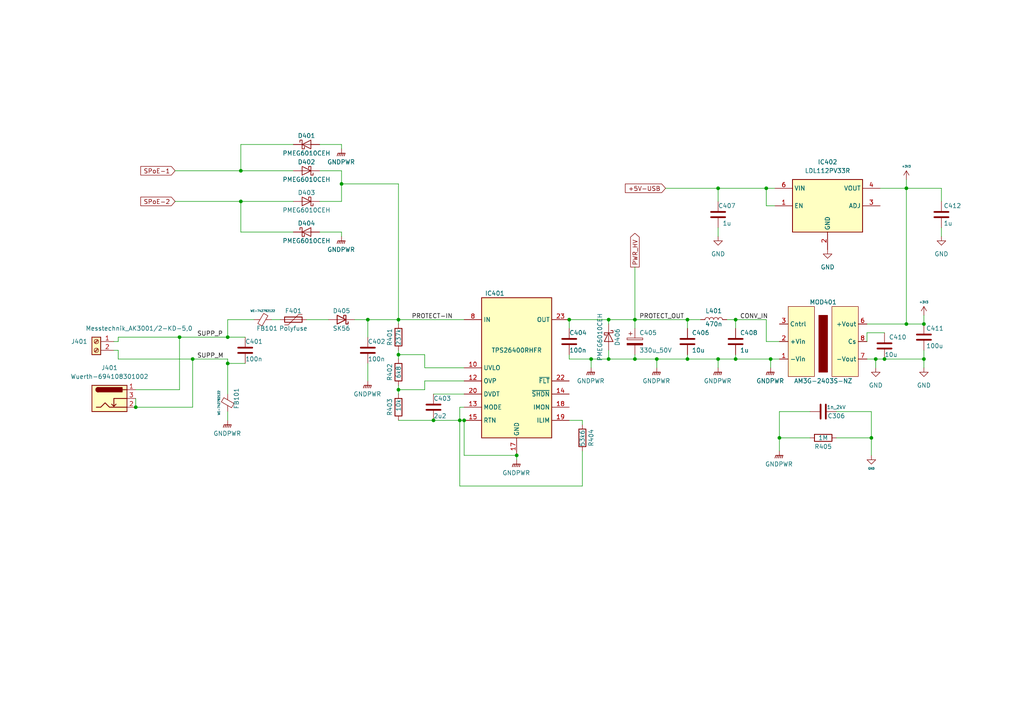
<source format=kicad_sch>
(kicad_sch (version 20230121) (generator eeschema)
  (paper "A4")
  (lib_symbols
    (symbol "Connector:Barrel_Jack_Switch" (pin_names hide)
      (property "Reference" "J" (at 0 5.334 0))
      (property "Value" "Barrel_Jack_Switch" (at 0 -5.08 0))
      (symbol "Barrel_Jack_Switch_0_1"
        (rectangle (start -5.08 3.81) (end 5.08 -3.81) (stroke (width 0.254)) (fill (type background)))
        (arc (start -3.302 3.175) (mid -3.9343 2.54) (end -3.302 1.905) (stroke (width 0.254)))
        (arc (start -3.302 3.175) (mid -3.9343 2.54) (end -3.302 1.905) (stroke (width 0.254)) (fill (type outline)))
        (polyline (pts (xy 1.27 -2.286) (xy 1.905 -1.651)) (stroke (width 0.254)))
        (polyline (pts (xy 5.08 2.54) (xy 3.81 2.54)) (stroke (width 0.254)))
        (polyline (pts (xy 5.08 0) (xy 1.27 0) (xy 1.27 -2.286) (xy 0.635 -1.651)) (stroke (width 0.254)))
        (polyline (pts (xy -3.81 -2.54) (xy -2.54 -2.54) (xy -1.27 -1.27) (xy 0 -2.54) (xy 2.54 -2.54) (xy 5.08 -2.54)) (stroke (width 0.254)))
        (rectangle (start 3.683 3.175) (end -3.302 1.905) (stroke (width 0.254)) (fill (type outline)))
      )
      (symbol "Barrel_Jack_Switch_1_1"
        (pin passive line (at 7.62 2.54 180) (length 2.54) (name "~") (number "1"))
        (pin passive line (at 7.62 -2.54 180) (length 2.54) (name "~") (number "2"))
        (pin passive line (at 7.62 0 180) (length 2.54) (name "~") (number "3"))
      )
    )
    (symbol "Connector:Screw_Terminal_01x02" (pin_names (offset 1.016) hide)
      (property "Reference" "J" (at 0 2.54 0))
      (property "Value" "Screw_Terminal_01x02" (at 0 -5.08 0))
      (symbol "Screw_Terminal_01x02_1_1"
        (rectangle (start -1.27 1.27) (end 1.27 -3.81) (stroke (width 0.254)) (fill (type background)))
        (circle (center 0 -2.54) (radius 0.635) (stroke (width 0.1524)))
        (polyline (pts (xy -0.5334 -2.2098) (xy 0.3302 -3.048)) (stroke (width 0.1524)))
        (polyline (pts (xy -0.5334 0.3302) (xy 0.3302 -0.508)) (stroke (width 0.1524)))
        (polyline (pts (xy -0.3556 -2.032) (xy 0.508 -2.8702)) (stroke (width 0.1524)))
        (polyline (pts (xy -0.3556 0.508) (xy 0.508 -0.3302)) (stroke (width 0.1524)))
        (circle (center 0 0) (radius 0.635) (stroke (width 0.1524)))
        (pin passive line (at -5.08 0 0) (length 3.81) (name "Pin_1") (number "1"))
        (pin passive line (at -5.08 -2.54 0) (length 3.81) (name "Pin_2") (number "2"))
      )
    )
    (symbol "Device:C" (pin_numbers hide) (pin_names (offset 0.254))
      (property "Reference" "C" (at 0.635 2.54 0))
      (property "Value" "C" (at 0.635 -2.54 0))
      (symbol "C_0_1"
        (polyline (pts (xy -2.032 -0.762) (xy 2.032 -0.762)) (stroke (width 0.508)))
        (polyline (pts (xy -2.032 0.762) (xy 2.032 0.762)) (stroke (width 0.508)))
      )
      (symbol "C_1_1"
        (pin passive line (at 0 3.81 270) (length 2.794) (name "~") (number "1"))
        (pin passive line (at 0 -3.81 90) (length 2.794) (name "~") (number "2"))
      )
    )
    (symbol "Device:C_Polarized" (pin_numbers hide) (pin_names (offset 0.254))
      (property "Reference" "C" (at 0.635 2.54 0))
      (property "Value" "C_Polarized" (at 0.635 -2.54 0))
      (symbol "C_Polarized_0_1"
        (rectangle (start -2.286 0.508) (end 2.286 1.016))
        (polyline (pts (xy -1.778 2.286) (xy -0.762 2.286)))
        (polyline (pts (xy -1.27 2.794) (xy -1.27 1.778)))
        (rectangle (start 2.286 -0.508) (end -2.286 -1.016) (fill (type outline)))
      )
      (symbol "C_Polarized_1_1"
        (pin passive line (at 0 3.81 270) (length 2.794) (name "~") (number "1"))
        (pin passive line (at 0 -3.81 90) (length 2.794) (name "~") (number "2"))
      )
    )
    (symbol "Device:Ferrite_Bead_Small" (pin_numbers hide) (pin_names (offset 0))
      (property "Reference" "FB" (at 1.905 1.27 0))
      (property "Value" "Device_Ferrite_Bead_Small" (at 1.905 -1.27 0))
      (symbol "Ferrite_Bead_Small_0_1"
        (polyline (pts (xy 0 -1.27) (xy 0 -0.7874)))
        (polyline (pts (xy 0 0.889) (xy 0 1.2954)))
        (polyline (pts (xy -1.8288 0.2794) (xy -1.1176 1.4986) (xy 1.8288 -0.2032) (xy 1.1176 -1.4224) (xy -1.8288 0.2794)))
      )
      (symbol "Ferrite_Bead_Small_1_1"
        (pin passive line (at 0 2.54 270) (length 1.27) (name "~") (number "1"))
        (pin passive line (at 0 -2.54 90) (length 1.27) (name "~") (number "2"))
      )
    )
    (symbol "Device:L" (pin_numbers hide) (pin_names (offset 1.016) hide)
      (property "Reference" "L" (at -1.27 0 90))
      (property "Value" "L" (at 1.905 0 90))
      (symbol "L_0_1"
        (arc (start 0 -2.54) (mid 0.6323 -1.905) (end 0 -1.27))
        (arc (start 0 -1.27) (mid 0.6323 -0.635) (end 0 0))
        (arc (start 0 0) (mid 0.6323 0.635) (end 0 1.27))
        (arc (start 0 1.27) (mid 0.6323 1.905) (end 0 2.54))
      )
      (symbol "L_1_1"
        (pin passive line (at 0 3.81 270) (length 1.27) (name "1") (number "1"))
        (pin passive line (at 0 -3.81 90) (length 1.27) (name "2") (number "2"))
      )
    )
    (symbol "Device:Polyfuse" (pin_numbers hide) (pin_names (offset 0))
      (property "Reference" "F" (at -2.54 0 90))
      (property "Value" "Polyfuse" (at 2.54 0 90))
      (symbol "Polyfuse_0_1"
        (rectangle (start -0.762 2.54) (end 0.762 -2.54) (stroke (width 0.254)))
        (polyline (pts (xy 0 2.54) (xy 0 -2.54)))
        (polyline (pts (xy -1.524 2.54) (xy -1.524 1.524) (xy 1.524 -1.524) (xy 1.524 -2.54)))
      )
      (symbol "Polyfuse_1_1"
        (pin passive line (at 0 3.81 270) (length 1.27) (name "~") (number "1"))
        (pin passive line (at 0 -3.81 90) (length 1.27) (name "~") (number "2"))
      )
    )
    (symbol "Device:R" (pin_numbers hide) (pin_names (offset 0))
      (property "Reference" "R" (at 2.032 0 90))
      (property "Value" "R" (at 0 0 90))
      (symbol "R_0_1"
        (rectangle (start -1.016 -2.54) (end 1.016 2.54) (stroke (width 0.254)))
      )
      (symbol "R_1_1"
        (pin passive line (at 0 3.81 270) (length 1.27) (name "~") (number "1"))
        (pin passive line (at 0 -3.81 90) (length 1.27) (name "~") (number "2"))
      )
    )
    (symbol "Diode:B260" (pin_numbers hide) (pin_names (offset 1.016) hide)
      (property "Reference" "D" (at 0 2.54 0))
      (property "Value" "B260" (at 0 -2.54 0))
      (symbol "B260_0_1"
        (polyline (pts (xy 1.27 0) (xy -1.27 0)))
        (polyline (pts (xy 1.27 1.27) (xy 1.27 -1.27) (xy -1.27 0) (xy 1.27 1.27)) (stroke (width 0.254)))
        (polyline (pts (xy -1.905 0.635) (xy -1.905 1.27) (xy -1.27 1.27) (xy -1.27 -1.27) (xy -0.635 -1.27) (xy -0.635 -0.635)) (stroke (width 0.254)))
      )
      (symbol "B260_1_1"
        (pin passive line (at -3.81 0 0) (length 2.54) (name "K") (number "1"))
        (pin passive line (at 3.81 0 180) (length 2.54) (name "A") (number "2"))
      )
    )
    (symbol "Diode:PMEG6010CEH" (pin_numbers hide) (pin_names hide)
      (property "Reference" "D" (at 0 2.54 0))
      (property "Value" "PMEG6010CEH" (at 0 -2.54 0))
      (symbol "PMEG6010CEH_0_1"
        (polyline (pts (xy 1.27 0) (xy -1.27 0)))
        (polyline (pts (xy 1.27 1.27) (xy 1.27 -1.27) (xy -1.27 0) (xy 1.27 1.27)) (stroke (width 0.2032)))
        (polyline (pts (xy -1.905 0.635) (xy -1.905 1.27) (xy -1.27 1.27) (xy -1.27 -1.27) (xy -0.635 -1.27) (xy -0.635 -0.635)) (stroke (width 0.2032)))
      )
      (symbol "PMEG6010CEH_1_1"
        (pin passive line (at -3.81 0 0) (length 2.54) (name "K") (number "1"))
        (pin passive line (at 3.81 0 180) (length 2.54) (name "A") (number "2"))
      )
    )
    (symbol "Project_Specific_Aimtec:DCDC_Converter"
      (property "Reference" "MOD" (at 20.32 19.05 0))
      (symbol "DCDC_Converter_1_1"
        (rectangle (start -10.16 10.16) (end -2.54 -10.16) (fill (type background)))
        (rectangle (start -1.27 7.62) (end 1.27 -8.89) (fill (type outline)))
        (rectangle (start 2.54 10.16) (end 10.16 -10.16) (fill (type background)))
        (pin input line (at -12.7 -5.08 0) (length 2.54) (name "-Vin") (number "1"))
        (pin input line (at -12.7 0 0) (length 2.54) (name "+Vin") (number "2"))
        (pin input line (at -12.7 5.08 0) (length 2.54) (name "Cntrl") (number "3"))
        (pin output line (at 12.7 5.08 180) (length 2.54) (name "+Vout") (number "6"))
        (pin output line (at 12.7 -5.08 180) (length 2.54) (name "-Vout") (number "7"))
        (pin input line (at 12.7 0 180) (length 2.54) (name "Cs") (number "8"))
      )
    )
    (symbol "Project_Specific_Power:+3V3" (power) (pin_names (offset 0))
      (property "Value" "+3V3" (at 0 3.175 0))
      (symbol "+3V3_0_1"
        (polyline (pts (xy -0.762 1.27) (xy 0 2.54)))
        (polyline (pts (xy 0 0) (xy 0 2.54)))
        (polyline (pts (xy 0 2.54) (xy 0.762 1.27)))
      )
      (symbol "+3V3_1_1"
        (pin power_in line (at 0 0 90) (length 0) hide (name "+3V3") (number "1"))
      )
    )
    (symbol "Project_Specific_STMicroelectronics:LDL112PV33R"
      (property "Reference" "IC" (at -7.62 8.89 0))
      (property "Value" "LDL112PV33R" (at -6.35 -3.81 0))
      (symbol "LDL112PV33R_1_1"
        (rectangle (start -10.16 5.08) (end 10.16 -10.16) (stroke (width 0.254)) (fill (type background)))
        (pin passive line (at -15.24 -2.54 0) (length 5.08) (name "EN") (number "1"))
        (pin passive line (at 0 -15.24 90) (length 5.08) (name "GND") (number "2"))
        (pin passive line (at 15.24 -2.54 180) (length 5.08) (name "ADJ") (number "3"))
        (pin passive line (at 15.24 2.54 180) (length 5.08) (name "VOUT") (number "4"))
        (pin passive line (at -15.24 2.54 0) (length 5.08) (name "VIN") (number "6"))
        (pin passive line (at 0 -15.24 90) (length 5.08) hide (name "EP") (number "7"))
      )
    )
    (symbol "Project_Specific_TI:TPS26400RHFR"
      (property "Reference" "IC" (at -8.89 21.59 0))
      (property "Value" "TPS26400RHFR" (at -7.62 5.08 0))
      (symbol "TPS26400RHFR_1_1"
        (rectangle (start -10.16 17.78) (end 10.16 -22.86) (stroke (width 0.254)) (fill (type background)))
        (pin passive line (at -15.24 -2.54 0) (length 5.08) (name "UVLO") (number "10"))
        (pin passive line (at -15.24 -6.35 0) (length 5.08) (name "OVP") (number "12"))
        (pin passive line (at -15.24 -13.97 0) (length 5.08) (name "MODE") (number "13"))
        (pin passive line (at 15.24 -10.16 180) (length 5.08) (name "~{SHDN}") (number "14"))
        (pin passive line (at -15.24 -17.78 0) (length 5.08) (name "RTN") (number "15"))
        (pin passive line (at 0 -27.94 90) (length 5.08) (name "GND") (number "17"))
        (pin passive line (at 15.24 -13.97 180) (length 5.08) (name "IMON") (number "18"))
        (pin passive line (at 15.24 -17.78 180) (length 5.08) (name "ILIM") (number "19"))
        (pin passive line (at -15.24 -10.16 0) (length 5.08) (name "DVDT") (number "20"))
        (pin passive line (at 15.24 -6.35 180) (length 5.08) (name "~{FLT}") (number "22"))
        (pin passive line (at 15.24 11.43 180) (length 5.08) (name "OUT") (number "23"))
        (pin passive line (at -15.24 -17.78 0) (length 5.08) hide (name "EP") (number "25"))
        (pin passive line (at -15.24 11.43 0) (length 5.08) (name "IN") (number "8"))
      )
    )
    (symbol "power:GND" (power) (pin_names (offset 0))
      (property "Value" "GND" (at 0 -3.81 0))
      (symbol "GND_0_1"
        (polyline (pts (xy 0 0) (xy 0 -1.27) (xy 1.27 -1.27) (xy 0 -2.54) (xy -1.27 -1.27) (xy 0 -1.27)))
      )
      (symbol "GND_1_1"
        (pin power_in line (at 0 0 270) (length 0) hide (name "GND") (number "1"))
      )
    )
    (symbol "power:GNDPWR" (power) (pin_names (offset 0))
      (property "Value" "GNDPWR" (at 0 -3.302 0))
      (symbol "GNDPWR_0_1"
        (polyline (pts (xy 0 -1.27) (xy 0 0)))
        (polyline (pts (xy -1.016 -1.27) (xy -1.27 -2.032) (xy -1.27 -2.032)) (stroke (width 0.2032)))
        (polyline (pts (xy -0.508 -1.27) (xy -0.762 -2.032) (xy -0.762 -2.032)) (stroke (width 0.2032)))
        (polyline (pts (xy 0 -1.27) (xy -0.254 -2.032) (xy -0.254 -2.032)) (stroke (width 0.2032)))
        (polyline (pts (xy 0.508 -1.27) (xy 0.254 -2.032) (xy 0.254 -2.032)) (stroke (width 0.2032)))
        (polyline (pts (xy 1.016 -1.27) (xy -1.016 -1.27) (xy -1.016 -1.27)) (stroke (width 0.2032)))
        (polyline (pts (xy 1.016 -1.27) (xy 0.762 -2.032) (xy 0.762 -2.032) (xy 0.762 -2.032)) (stroke (width 0.2032)))
      )
      (symbol "GNDPWR_1_1"
        (pin power_in line (at 0 0 270) (length 0) hide (name "GNDPWR") (number "1"))
      )
    )
  )
  (junction (at 223.52 104.14))
  (junction (at 199.39 104.14))
  (junction (at 66.04 97.79))
  (junction (at 190.5 104.14))
  (junction (at 199.39 92.71))
  (junction (at 133.35 121.92))
  (junction (at 69.85 58.42))
  (junction (at 267.97 104.14))
  (junction (at 125.73 121.92))
  (junction (at 208.28 104.14))
  (junction (at 39.37 118.11))
  (junction (at 226.06 127))
  (junction (at 115.57 113.03))
  (junction (at 55.88 104.14))
  (junction (at 176.53 92.71))
  (junction (at 252.73 127))
  (junction (at 262.89 93.98))
  (junction (at 115.57 102.87))
  (junction (at 176.53 104.14))
  (junction (at 165.1 92.71))
  (junction (at 149.86 132.08))
  (junction (at 184.15 104.14))
  (junction (at 99.06 53.34))
  (junction (at 52.07 97.79))
  (junction (at 115.57 92.71))
  (junction (at 213.36 92.71))
  (junction (at 262.89 54.61))
  (junction (at 256.54 104.14))
  (junction (at 213.36 104.14))
  (junction (at 254 104.14))
  (junction (at 222.25 54.61))
  (junction (at 184.15 92.71))
  (junction (at 267.97 93.98))
  (junction (at 208.28 54.61))
  (junction (at 134.62 121.92))
  (junction (at 66.04 105.41))
  (junction (at 69.85 49.53))
  (junction (at 171.45 104.14))
  (junction (at 106.68 92.71))
  (wire (pts (xy 106.68 92.71) (xy 106.68 97.79)))
  (wire (pts (xy 208.28 66.04) (xy 208.28 68.58)))
  (wire (pts (xy 85.09 41.91) (xy 69.85 41.91)))
  (wire (pts (xy 252.73 127) (xy 252.73 132.08)))
  (wire (pts (xy 39.37 115.57) (xy 39.37 118.11)))
  (wire (pts (xy 39.37 113.03) (xy 52.07 113.03)))
  (wire (pts (xy 92.71 67.31) (xy 99.06 67.31)))
  (wire (pts (xy 66.04 92.71) (xy 66.04 97.79)))
  (wire (pts (xy 125.73 121.92) (xy 133.35 121.92)))
  (wire (pts (xy 222.25 92.71) (xy 222.25 99.06)))
  (wire (pts (xy 262.89 93.98) (xy 267.97 93.98)))
  (wire (pts (xy 52.07 97.79) (xy 66.04 97.79)))
  (wire (pts (xy 242.57 119.38) (xy 252.73 119.38)))
  (wire (pts (xy 213.36 102.87) (xy 213.36 104.14)))
  (wire (pts (xy 34.29 99.06) (xy 33.02 99.06)))
  (wire (pts (xy 69.85 58.42) (xy 50.8 58.42)))
  (wire (pts (xy 234.95 119.38) (xy 226.06 119.38)))
  (wire (pts (xy 39.37 118.11) (xy 55.88 118.11)))
  (wire (pts (xy 176.53 104.14) (xy 184.15 104.14)))
  (wire (pts (xy 123.19 106.68) (xy 134.62 106.68)))
  (wire (pts (xy 226.06 119.38) (xy 226.06 127)))
  (wire (pts (xy 242.57 127) (xy 252.73 127)))
  (wire (pts (xy 267.97 101.6) (xy 267.97 104.14)))
  (wire (pts (xy 262.89 52.07) (xy 262.89 54.61)))
  (wire (pts (xy 254 104.14) (xy 256.54 104.14)))
  (wire (pts (xy 55.88 118.11) (xy 55.88 104.14)))
  (wire (pts (xy 66.04 105.41) (xy 66.04 114.3)))
  (wire (pts (xy 222.25 54.61) (xy 224.79 54.61)))
  (wire (pts (xy 184.15 102.87) (xy 184.15 104.14)))
  (wire (pts (xy 213.36 92.71) (xy 222.25 92.71)))
  (wire (pts (xy 115.57 92.71) (xy 134.62 92.71)))
  (wire (pts (xy 171.45 104.14) (xy 171.45 106.68)))
  (wire (pts (xy 133.35 118.11) (xy 133.35 121.92)))
  (wire (pts (xy 273.05 66.04) (xy 273.05 68.58)))
  (wire (pts (xy 133.35 140.97) (xy 133.35 121.92)))
  (wire (pts (xy 267.97 104.14) (xy 267.97 106.68)))
  (wire (pts (xy 262.89 54.61) (xy 262.89 93.98)))
  (wire (pts (xy 115.57 121.92) (xy 125.73 121.92)))
  (wire (pts (xy 34.29 101.6) (xy 34.29 104.14)))
  (wire (pts (xy 102.87 92.71) (xy 106.68 92.71)))
  (wire (pts (xy 115.57 111.76) (xy 115.57 113.03)))
  (wire (pts (xy 69.85 58.42) (xy 69.85 67.31)))
  (wire (pts (xy 184.15 92.71) (xy 199.39 92.71)))
  (wire (pts (xy 251.46 96.52) (xy 251.46 99.06)))
  (wire (pts (xy 106.68 92.71) (xy 115.57 92.71)))
  (wire (pts (xy 34.29 104.14) (xy 55.88 104.14)))
  (wire (pts (xy 251.46 93.98) (xy 262.89 93.98)))
  (wire (pts (xy 208.28 58.42) (xy 208.28 54.61)))
  (wire (pts (xy 251.46 96.52) (xy 256.54 96.52)))
  (wire (pts (xy 115.57 113.03) (xy 115.57 114.3)))
  (wire (pts (xy 176.53 92.71) (xy 176.53 93.98)))
  (wire (pts (xy 34.29 97.79) (xy 34.29 99.06)))
  (wire (pts (xy 222.25 59.69) (xy 222.25 54.61)))
  (wire (pts (xy 176.53 101.6) (xy 176.53 104.14)))
  (wire (pts (xy 69.85 49.53) (xy 50.8 49.53)))
  (wire (pts (xy 66.04 119.38) (xy 66.04 121.92)))
  (wire (pts (xy 115.57 101.6) (xy 115.57 102.87)))
  (wire (pts (xy 73.66 92.71) (xy 66.04 92.71)))
  (wire (pts (xy 66.04 105.41) (xy 71.12 105.41)))
  (wire (pts (xy 115.57 53.34) (xy 99.06 53.34)))
  (wire (pts (xy 66.04 104.14) (xy 66.04 105.41)))
  (wire (pts (xy 125.73 114.3) (xy 134.62 114.3)))
  (wire (pts (xy 165.1 121.92) (xy 168.91 121.92)))
  (wire (pts (xy 252.73 119.38) (xy 252.73 127)))
  (wire (pts (xy 254 104.14) (xy 254 106.68)))
  (wire (pts (xy 255.27 54.61) (xy 262.89 54.61)))
  (wire (pts (xy 165.1 95.25) (xy 165.1 92.71)))
  (wire (pts (xy 99.06 67.31) (xy 99.06 68.58)))
  (wire (pts (xy 123.19 102.87) (xy 115.57 102.87)))
  (wire (pts (xy 106.68 105.41) (xy 106.68 110.49)))
  (wire (pts (xy 123.19 110.49) (xy 123.19 113.03)))
  (wire (pts (xy 184.15 92.71) (xy 184.15 95.25)))
  (wire (pts (xy 81.28 92.71) (xy 78.74 92.71)))
  (wire (pts (xy 99.06 53.34) (xy 99.06 58.42)))
  (wire (pts (xy 208.28 54.61) (xy 193.04 54.61)))
  (wire (pts (xy 52.07 113.03) (xy 52.07 97.79)))
  (wire (pts (xy 134.62 110.49) (xy 123.19 110.49)))
  (wire (pts (xy 165.1 92.71) (xy 176.53 92.71)))
  (wire (pts (xy 190.5 104.14) (xy 190.5 106.68)))
  (wire (pts (xy 115.57 92.71) (xy 115.57 93.98)))
  (wire (pts (xy 92.71 41.91) (xy 99.06 41.91)))
  (wire (pts (xy 213.36 104.14) (xy 223.52 104.14)))
  (wire (pts (xy 203.2 92.71) (xy 199.39 92.71)))
  (wire (pts (xy 149.86 132.08) (xy 134.62 132.08)))
  (wire (pts (xy 133.35 121.92) (xy 134.62 121.92)))
  (wire (pts (xy 85.09 58.42) (xy 69.85 58.42)))
  (wire (pts (xy 184.15 104.14) (xy 190.5 104.14)))
  (wire (pts (xy 223.52 104.14) (xy 223.52 106.68)))
  (wire (pts (xy 208.28 54.61) (xy 222.25 54.61)))
  (wire (pts (xy 213.36 92.71) (xy 213.36 95.25)))
  (wire (pts (xy 226.06 127) (xy 234.95 127)))
  (wire (pts (xy 223.52 104.14) (xy 226.06 104.14)))
  (wire (pts (xy 168.91 140.97) (xy 133.35 140.97)))
  (wire (pts (xy 66.04 97.79) (xy 71.12 97.79)))
  (wire (pts (xy 213.36 104.14) (xy 208.28 104.14)))
  (wire (pts (xy 99.06 49.53) (xy 99.06 53.34)))
  (wire (pts (xy 123.19 106.68) (xy 123.19 102.87)))
  (wire (pts (xy 176.53 104.14) (xy 171.45 104.14)))
  (wire (pts (xy 34.29 101.6) (xy 33.02 101.6)))
  (wire (pts (xy 85.09 67.31) (xy 69.85 67.31)))
  (wire (pts (xy 115.57 113.03) (xy 123.19 113.03)))
  (wire (pts (xy 224.79 59.69) (xy 222.25 59.69)))
  (wire (pts (xy 165.1 102.87) (xy 165.1 104.14)))
  (wire (pts (xy 115.57 102.87) (xy 115.57 104.14)))
  (wire (pts (xy 199.39 104.14) (xy 190.5 104.14)))
  (wire (pts (xy 149.86 132.08) (xy 149.86 133.35)))
  (wire (pts (xy 34.29 97.79) (xy 52.07 97.79)))
  (wire (pts (xy 267.97 91.44) (xy 267.97 93.98)))
  (wire (pts (xy 210.82 92.71) (xy 213.36 92.71)))
  (wire (pts (xy 99.06 41.91) (xy 99.06 43.18)))
  (wire (pts (xy 69.85 41.91) (xy 69.85 49.53)))
  (wire (pts (xy 55.88 104.14) (xy 66.04 104.14)))
  (wire (pts (xy 199.39 102.87) (xy 199.39 104.14)))
  (wire (pts (xy 222.25 99.06) (xy 226.06 99.06)))
  (wire (pts (xy 256.54 104.14) (xy 267.97 104.14)))
  (wire (pts (xy 134.62 132.08) (xy 134.62 121.92)))
  (wire (pts (xy 92.71 58.42) (xy 99.06 58.42)))
  (wire (pts (xy 199.39 92.71) (xy 199.39 95.25)))
  (wire (pts (xy 88.9 92.71) (xy 95.25 92.71)))
  (wire (pts (xy 134.62 118.11) (xy 133.35 118.11)))
  (wire (pts (xy 184.15 77.47) (xy 184.15 92.71)))
  (wire (pts (xy 208.28 104.14) (xy 208.28 106.68)))
  (wire (pts (xy 168.91 121.92) (xy 168.91 123.19)))
  (wire (pts (xy 69.85 49.53) (xy 85.09 49.53)))
  (wire (pts (xy 168.91 130.81) (xy 168.91 140.97)))
  (wire (pts (xy 251.46 104.14) (xy 254 104.14)))
  (wire (pts (xy 92.71 49.53) (xy 99.06 49.53)))
  (wire (pts (xy 273.05 58.42) (xy 273.05 54.61)))
  (wire (pts (xy 273.05 54.61) (xy 262.89 54.61)))
  (wire (pts (xy 171.45 104.14) (xy 165.1 104.14)))
  (wire (pts (xy 115.57 92.71) (xy 115.57 53.34)))
  (wire (pts (xy 199.39 104.14) (xy 208.28 104.14)))
  (wire (pts (xy 226.06 127) (xy 226.06 130.81)))
  (wire (pts (xy 176.53 92.71) (xy 184.15 92.71)))
  (label "PROTECT-IN" (at 119.38 92.71 0))
  (label "SUPP_M" (at 57.15 104.14 0))
  (label "SUPP_P" (at 57.15 97.79 0))
  (label "PROTECT_OUT" (at 185.42 92.71 0))
  (label "CONV_IN" (at 214.63 92.71 0))
  (global_label "SPoE-2" (shape input) (at 50.8 58.42 180) (property "Intersheetrefs" "${INTERSHEET_REFS}" (at 40.3348 58.42 0) (effects (justify right))))
  (global_label "SPoE-1" (shape input) (at 50.8 49.53 180) (property "Intersheetrefs" "${INTERSHEET_REFS}" (at 40.3348 49.53 0) (effects (justify right))))
  (global_label "+5V-USB" (shape input) (at 193.04 54.61 180) (property "Intersheetrefs" "${INTERSHEET_REFS}" (at 180.8813 54.61 0) (effects (justify right))))
  (global_label "PWR_HV" (shape output) (at 184.15 77.47 90) (property "Intersheetrefs" "${INTERSHEET_REFS}" (at 184.15 67.1067 90) (effects (justify left))))
  (symbol (lib_id "Device:R") (at 238.76 127 90) (unit 1)
    (property "Reference" "R405" (at 238.76 129.54 90))
    (property "Value" "1M" (at 238.76 127 90))
    (property "Footprint" "Resistor_SMD:R_1206_3216Metric" (effects hide))
  )
  (symbol (lib_id "power:GNDPWR") (at 208.28 106.68 0) (unit 1)
    (property "Reference" "#PWR0409" (effects hide))
    (property "Value" "GNDPWR" (at 208.153 110.49 0))
  )
  (symbol (lib_id "power:GNDPWR") (at 106.68 110.49 0) (unit 1)
    (property "Reference" "#PWR0404" (effects hide))
    (property "Value" "GNDPWR" (at 106.553 114.3 0))
  )
  (symbol (lib_id "Diode:PMEG6010CEH") (at 88.9 49.53 180) (unit 1)
    (property "Reference" "D402" (at 88.9 46.99 0))
    (property "Value" "PMEG6010CEH" (at 88.9 52.07 0))
    (property "Footprint" "Diode_SMD:D_SOD-123F" (effects hide))
    (property "Datasheet" "https://assets.nexperia.com/documents/data-sheet/PMEG6010CEH_PMEG6010CEJ.pdf" (effects hide))
  )
  (symbol (lib_id "power:GND") (at 240.03 72.39 0) (unit 1)
    (property "Reference" "#PWR0412" (effects hide))
    (property "Value" "GND" (at 240.03 77.47 0))
  )
  (symbol (lib_id "Device:C_Polarized") (at 184.15 99.06 0) (unit 1)
    (property "Reference" "C405" (at 185.42 96.52 0) (effects (justify left)))
    (property "Value" "330u_50V" (at 185.42 101.6 0) (effects (justify left)))
    (property "Footprint" "Project_Specific_Passives:CP_Elec_12,5x13.5" (effects hide))
  )
  (symbol (lib_id "Device:Ferrite_Bead_Small") (at 66.04 116.84 0) (unit 1)
    (property "Reference" "FB101" (at 68.58 115.57 90))
    (property "Value" "WE-742792122" (at 63.5 116.84 90) (effects (font (size 0.6 0.6))))
    (property "Footprint" "Project_Specific_Passives:FB_1206_3216Metric" (effects hide))
    (instances (project "gateway-LoRa-T1L" (path "" (reference "FB101") (unit 1))) (project "ToffeeCam" (path "" (reference "FB1") (unit 1)) (path "" (reference "FB203") (unit 1)) (path "" (reference "FB401") (unit 1))))
  )
  (symbol (lib_id "Device:R") (at 168.91 127 0) (unit 1)
    (property "Reference" "R404" (at 171.45 129.54 90) (effects (justify left)))
    (property "Value" "53k6" (at 168.91 129.54 90) (effects (justify left)))
    (property "Footprint" "Resistor_SMD:R_0603_1608Metric" (effects hide))
  )
  (symbol (lib_id "power:GNDPWR") (at 149.86 133.35 0) (unit 1)
    (property "Reference" "#PWR0405" (effects hide))
    (property "Value" "GNDPWR" (at 149.733 137.16 0))
  )
  (symbol (lib_id "Device:R") (at 115.57 118.11 0) (unit 1)
    (property "Reference" "R403" (at 113.03 120.65 90) (effects (justify left)))
    (property "Value" "10k" (at 115.57 119.38 90) (effects (justify left)))
    (property "Footprint" "Resistor_SMD:R_0603_1608Metric" (effects hide))
  )
  (symbol (lib_id "Diode:PMEG6010CEH") (at 88.9 58.42 180) (unit 1)
    (property "Reference" "D403" (at 88.9 55.88 0))
    (property "Value" "PMEG6010CEH" (at 88.9 60.96 0))
    (property "Footprint" "Diode_SMD:D_SOD-123F" (effects hide))
    (property "Datasheet" "https://assets.nexperia.com/documents/data-sheet/PMEG6010CEH_PMEG6010CEJ.pdf" (effects hide))
  )
  (symbol (lib_id "Project_Specific_Power:+3V3") (at 267.97 91.44 0) (unit 1)
    (property "Reference" "#PWR0416" (effects hide))
    (property "Value" "+3V3" (at 267.97 87.63 0) (effects (font (size 0.635 0.635))))
  )
  (symbol (lib_id "Device:C") (at 106.68 101.6 0) (unit 1)
    (property "Reference" "C402" (at 106.68 99.06 0) (effects (justify left)))
    (property "Value" "100n" (at 106.68 104.14 0) (effects (justify left)))
    (property "Footprint" "Capacitor_SMD:C_0603_1608Metric" (effects hide))
  )
  (symbol (lib_id "Device:Polyfuse") (at 85.09 92.71 90) (unit 1)
    (property "Reference" "F401" (at 85.09 90.17 90))
    (property "Value" "Polyfuse" (at 85.09 95.25 90))
    (property "Footprint" "Fuse:Fuse_2010_5025Metric" (effects hide))
  )
  (symbol (lib_id "Device:C") (at 238.76 119.38 90) (unit 1)
    (property "Reference" "C306" (at 242.57 120.65 90))
    (property "Value" "1n_2kV" (at 242.57 118.11 90) (effects (font (size 1.016 1.016))))
    (property "Footprint" "Capacitor_SMD:C_1206_3216Metric" (effects hide))
    (instances (project "Ethernet" (path "" (reference "C306") (unit 1))) (project "gateway-LoRa-T1L" (path "" (reference "C306") (unit 1))) (project "ToffeeCam" (path "" (reference "C318") (unit 1)) (path "" (reference "C409") (unit 1))))
  )
  (symbol (lib_id "Device:L") (at 207.01 92.71 90) (unit 1)
    (property "Reference" "L401" (at 207.01 90.17 90))
    (property "Value" "470n" (at 207.01 93.98 90))
    (property "Footprint" "Inductor_SMD:L_1206_3216Metric" (effects hide))
  )
  (symbol (lib_id "power:GNDPWR") (at 223.52 106.68 0) (unit 1)
    (property "Reference" "#PWR0410" (effects hide))
    (property "Value" "GNDPWR" (at 223.393 110.49 0))
  )
  (symbol (lib_id "Device:C") (at 71.12 101.6 0) (unit 1)
    (property "Reference" "C401" (at 71.12 99.06 0) (effects (justify left)))
    (property "Value" "100n" (at 71.12 104.14 0) (effects (justify left)))
    (property "Footprint" "Capacitor_SMD:C_0603_1608Metric" (effects hide))
  )
  (symbol (lib_id "Device:R") (at 115.57 97.79 0) (unit 1)
    (property "Reference" "R401" (at 113.03 97.79 90))
    (property "Value" "237k" (at 115.57 97.79 90))
    (property "Footprint" "Resistor_SMD:R_0603_1608Metric" (effects hide))
  )
  (symbol (lib_id "Device:C") (at 208.28 62.23 0) (unit 1)
    (property "Reference" "C407" (at 208.28 59.69 0) (effects (justify left)))
    (property "Value" "1u" (at 209.55 64.77 0) (effects (justify left)))
    (property "Footprint" "Capacitor_SMD:C_0402_1005Metric" (effects hide))
  )
  (symbol (lib_id "Device:R") (at 115.57 107.95 0) (unit 1)
    (property "Reference" "R402" (at 113.03 107.95 90))
    (property "Value" "6k8" (at 115.57 107.95 90))
    (property "Footprint" "Resistor_SMD:R_0603_1608Metric" (effects hide))
  )
  (symbol (lib_id "power:GNDPWR") (at 66.04 121.92 0) (unit 1)
    (property "Reference" "#PWR0401" (effects hide))
    (property "Value" "GNDPWR" (at 65.913 125.73 0))
  )
  (symbol (lib_id "Project_Specific_STMicroelectronics:LDL112PV33R") (at 240.03 57.15 0) (unit 1)
    (property "Reference" "IC402" (at 240.03 46.99 0))
    (property "Value" "LDL112PV33R" (at 240.03 49.53 0))
    (property "Footprint" "Project_Specific_ST:SON95P300X300X100-7N-D" (effects hide))
    (property "Datasheet" "https://www.st.com/resource/en/datasheet/ldl112.pdf" (effects hide))
    (property "Height" "1" (effects hide))
    (property "Manufacturer_Name" "STMicroelectronics" (effects hide))
    (property "Manufacturer_Part_Number" "LDL112PV33R" (effects hide))
    (property "Mouser Part Number" "511-LDL112PV33R" (effects hide))
    (property "Mouser Price/Stock" "https://www.mouser.co.uk/ProductDetail/STMicroelectronics/LDL112PV33R?qs=ClYTdQWm4hBLK%252B6rgDdn2Q%3D%3D" (effects hide))
    (property "Arrow Part Number" "LDL112PV33R" (effects hide))
    (property "Arrow Price/Stock" "https://www.arrow.com/en/products/ldl112pv33r/stmicroelectronics?region=nac" (effects hide))
  )
  (symbol (lib_id "Device:C") (at 165.1 99.06 0) (unit 1)
    (property "Reference" "C404" (at 165.1 96.52 0) (effects (justify left)))
    (property "Value" "100n" (at 165.1 101.6 0) (effects (justify left)))
    (property "Footprint" "Capacitor_SMD:C_0603_1608Metric" (effects hide))
  )
  (symbol (lib_id "power:GNDPWR") (at 99.06 43.18 0) (unit 1)
    (property "Reference" "#PWR0402" (effects hide))
    (property "Value" "GNDPWR" (at 98.933 46.99 0))
  )
  (symbol (lib_id "power:GNDPWR") (at 190.5 106.68 0) (unit 1)
    (property "Reference" "#PWR0407" (effects hide))
    (property "Value" "GNDPWR" (at 190.373 110.49 0))
  )
  (symbol (lib_id "Project_Specific_TI:TPS26400RHFR") (at 149.86 104.14 0) (unit 1)
    (property "Reference" "IC401" (at 143.51 85.09 0))
    (property "Value" "TPS26400RHFR" (at 149.86 101.6 0))
    (property "Footprint" "Project_Specific_TI:QFN50P400X500X100-25N-D" (effects hide))
    (property "Datasheet" "https://www.ti.com/lit/ds/symlink/tps2640.pdf" (effects hide))
    (property "Height" "1" (effects hide))
    (property "Manufacturer_Name" "Texas Instruments" (effects hide))
    (property "Manufacturer_Part_Number" "TPS26400RHFR" (effects hide))
    (property "Mouser Part Number" "595-TPS26400RHFR" (effects hide))
    (property "Mouser Price/Stock" "https://www.mouser.co.uk/ProductDetail/Texas-Instruments/TPS26400RHFR?qs=eP2BKZSCXI7XuZgO%252BP6Y%252Bg%3D%3D" (effects hide))
    (property "Arrow Part Number" "TPS26400RHFR" (effects hide))
    (property "Arrow Price/Stock" "https://www.arrow.com/en/products/tps26400rhfr/texas-instruments?region=nac" (effects hide))
  )
  (symbol (lib_id "Project_Specific_Aimtec:DCDC_Converter") (at 238.76 99.06 0) (unit 1)
    (property "Reference" "MOD401" (at 238.76 87.63 0))
    (property "Value" "AM3G-2403S-NZ" (at 238.76 110.49 0))
    (property "Footprint" "Project_Specific_Aimtec:AM3G-NZ" (effects hide))
  )
  (symbol (lib_id "Diode:PMEG6010CEH") (at 88.9 41.91 0) (unit 1)
    (property "Reference" "D401" (at 88.9 39.37 0))
    (property "Value" "PMEG6010CEH" (at 88.9 44.45 0))
    (property "Footprint" "Diode_SMD:D_SOD-123F" (effects hide))
    (property "Datasheet" "https://assets.nexperia.com/documents/data-sheet/PMEG6010CEH_PMEG6010CEJ.pdf" (effects hide))
  )
  (symbol (lib_id "power:GND") (at 273.05 68.58 0) (unit 1)
    (property "Reference" "#PWR0418" (effects hide))
    (property "Value" "GND" (at 273.05 73.66 0))
  )
  (symbol (lib_id "Diode:PMEG6010CEH") (at 176.53 97.79 270) (unit 1)
    (property "Reference" "D406" (at 179.07 97.79 0))
    (property "Value" "PMEG6010CEH" (at 173.99 97.79 0))
    (property "Footprint" "Diode_SMD:D_SOD-123F" (effects hide))
    (property "Datasheet" "https://assets.nexperia.com/documents/data-sheet/PMEG6010CEH_PMEG6010CEJ.pdf" (effects hide))
  )
  (symbol (lib_id "power:GNDPWR") (at 99.06 68.58 0) (unit 1)
    (property "Reference" "#PWR0403" (effects hide))
    (property "Value" "GNDPWR" (at 98.933 72.39 0))
  )
  (symbol (lib_id "Device:C") (at 273.05 62.23 0) (unit 1)
    (property "Reference" "C412" (at 273.685 59.69 0) (effects (justify left)))
    (property "Value" "1u" (at 273.685 64.77 0) (effects (justify left)))
    (property "Footprint" "Capacitor_SMD:C_0402_1005Metric" (effects hide))
  )
  (symbol (lib_id "power:GND") (at 208.28 68.58 0) (unit 1)
    (property "Reference" "#PWR0408" (effects hide))
    (property "Value" "GND" (at 208.28 73.66 0))
  )
  (symbol (lib_id "Device:Ferrite_Bead_Small") (at 76.2 92.71 270) (unit 1)
    (property "Reference" "FB101" (at 77.47 95.25 90))
    (property "Value" "WE-742792122" (at 76.2 90.17 90) (effects (font (size 0.6 0.6))))
    (property "Footprint" "Project_Specific_Passives:FB_1206_3216Metric" (effects hide))
    (instances (project "gateway-LoRa-T1L" (path "" (reference "FB101") (unit 1))) (project "ToffeeCam" (path "" (reference "FB1") (unit 1)) (path "" (reference "FB203") (unit 1)) (path "" (reference "FB402") (unit 1))))
  )
  (symbol (lib_id "power:GND") (at 267.97 106.68 0) (unit 1)
    (property "Reference" "#PWR0417" (effects hide))
    (property "Value" "GND" (at 267.97 111.76 0))
  )
  (symbol (lib_id "power:GND") (at 252.73 132.08 0) (unit 1)
    (property "Reference" "#PWR0306" (effects hide))
    (property "Value" "GND" (at 252.73 135.89 0) (effects (font (size 0.6 0.6))))
    (instances (project "Ethernet" (path "" (reference "#PWR0306") (unit 1))) (project "gateway-LoRa-T1L" (path "" (reference "#PWR0306") (unit 1))) (project "ToffeeCam" (path "" (reference "#PWR0331") (unit 1)) (path "" (reference "#PWR0413") (unit 1))))
  )
  (symbol (lib_id "Project_Specific_Power:+3V3") (at 262.89 52.07 0) (unit 1)
    (property "Reference" "#PWR0415" (effects hide))
    (property "Value" "+3V3" (at 262.89 48.26 0) (effects (font (size 0.635 0.635))))
  )
  (symbol (lib_id "Device:C") (at 256.54 100.33 0) (unit 1)
    (property "Reference" "C410" (at 257.81 97.79 0) (effects (justify left)))
    (property "Value" "10u" (at 256.54 102.87 0) (effects (justify left)))
    (property "Footprint" "Capacitor_SMD:C_0805_2012Metric" (effects hide))
  )
  (symbol (lib_id "Diode:B260") (at 99.06 92.71 180) (unit 1)
    (property "Reference" "D405" (at 99.06 90.17 0))
    (property "Value" "SK56" (at 99.06 95.25 0))
    (property "Footprint" "Diode_SMD:D_SMB" (effects hide))
    (property "Datasheet" "http://www.jameco.com/Jameco/Products/ProdDS/1538777.pdf" (effects hide))
  )
  (symbol (lib_id "Device:C") (at 267.97 97.79 0) (unit 1)
    (property "Reference" "C411" (at 268.605 95.25 0) (effects (justify left)))
    (property "Value" "100u" (at 268.605 100.33 0) (effects (justify left)))
    (property "Footprint" "Capacitor_SMD:C_1206_3216Metric" (effects hide))
  )
  (symbol (lib_id "Device:C") (at 125.73 118.11 0) (unit 1)
    (property "Reference" "C403" (at 125.73 115.57 0) (effects (justify left)))
    (property "Value" "2u2" (at 125.73 120.65 0) (effects (justify left)))
    (property "Footprint" "Capacitor_SMD:C_0402_1005Metric" (effects hide))
  )
  (symbol (lib_id "Diode:PMEG6010CEH") (at 88.9 67.31 0) (unit 1)
    (property "Reference" "D404" (at 88.9 64.77 0))
    (property "Value" "PMEG6010CEH" (at 88.9 69.85 0))
    (property "Footprint" "Diode_SMD:D_SOD-123F" (effects hide))
    (property "Datasheet" "https://assets.nexperia.com/documents/data-sheet/PMEG6010CEH_PMEG6010CEJ.pdf" (effects hide))
  )
  (symbol (lib_id "Connector:Screw_Terminal_01x02") (at 27.94 99.06 0) (mirror y) (unit 1)
    (property "Reference" "J401" (at 25.4 99.06 0) (effects (justify left)))
    (property "Value" "Messtechnik_AK3001/2-KD-5,0" (at 55.88 95.25 0) (effects (justify left)))
    (property "Footprint" "Project_Specific_Connectors:Messtechnik_AK3001_2-KD-5.0" (effects hide))
  )
  (symbol (lib_id "power:GNDPWR") (at 226.06 130.81 0) (unit 1)
    (property "Reference" "#PWR0411" (effects hide))
    (property "Value" "GNDPWR" (at 225.933 134.62 0))
  )
  (symbol (lib_id "Device:C") (at 199.39 99.06 0) (unit 1)
    (property "Reference" "C406" (at 200.66 96.52 0) (effects (justify left)))
    (property "Value" "10u" (at 200.66 101.6 0) (effects (justify left)))
    (property "Footprint" "Capacitor_SMD:C_1206_3216Metric" (effects hide))
  )
  (symbol (lib_id "Connector:Barrel_Jack_Switch") (at 31.75 115.57 0) (unit 1)
    (property "Reference" "J401" (at 31.75 106.68 0))
    (property "Value" "Wuerth-694108301002" (at 31.75 109.22 0))
    (property "Footprint" "Connector_BarrelJack:BarrelJack_Wuerth_6941xx301002" (effects hide))
    (instances (project "SinglePair-Eth-Gateway" (path "" (reference "J401") (unit 1))) (project "ToffeeCam" (path "" (reference "J402") (unit 1))))
  )
  (symbol (lib_id "power:GNDPWR") (at 171.45 106.68 0) (unit 1)
    (property "Reference" "#PWR0406" (effects hide))
    (property "Value" "GNDPWR" (at 171.323 110.49 0))
  )
  (symbol (lib_id "power:GND") (at 254 106.68 0) (unit 1)
    (property "Reference" "#PWR0414" (effects hide))
    (property "Value" "GND" (at 254 111.76 0))
  )
  (symbol (lib_id "Device:C") (at 213.36 99.06 0) (unit 1)
    (property "Reference" "C408" (at 214.63 96.52 0) (effects (justify left)))
    (property "Value" "1u" (at 214.63 101.6 0) (effects (justify left)))
    (property "Footprint" "Capacitor_SMD:C_0805_2012Metric" (effects hide))
  )
)
</source>
